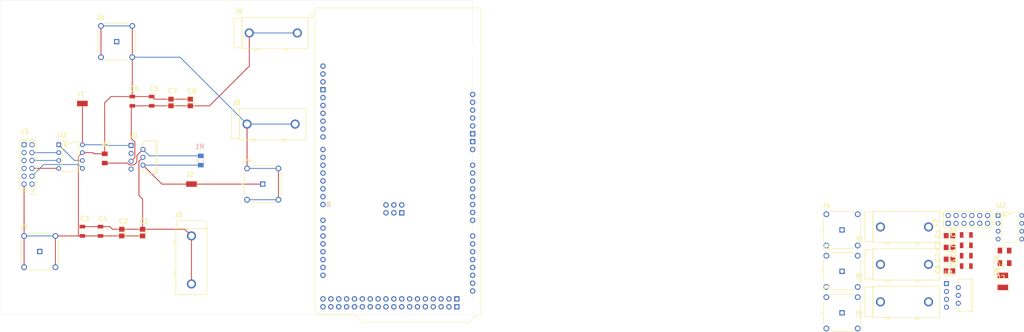
<source format=kicad_pcb>
(kicad_pcb (version 20221018) (generator pcbnew)
  (layers (0 "F.Cu" signal "Top Layer") (31 "B.Cu" signal "Bottom Layer") (34 "B.Paste" user "Bottom Paste") (35 "F.Paste" user "Top Paste") (36 "B.SilkS" user "Bottom Overlay") (37 "F.SilkS" user "Top Overlay") (38 "B.Mask" user "Bottom Solder") (39 "F.Mask" user "Top Solder") (44 "Edge.Cuts" user))
  (property "SHEETTOTAL" "1")
  (net 0 "")
  (net 1 "NetU2_1")
  (net 2 "NetR1_1")
  (net 3 "NetJ3_10")
  (net 4 "NetJ3_8")
  (net 5 "NetJ3_6")
  (net 6 "NetJ3_4")
  (net 7 "NetJ2_1")
  (net 8 "NetJ1_1")
  (net 9 "GND")
  (net 10 "Arduino_pass1")
  (net 11 "Arduino_pass0")
  (net 12 "70V")
  (net 13 "-10V")
  (net 14 "+5")
  (net 106 "Net-(U1-VIN+)")
  (net 107 "Net-(U1-VO)")
  (net 110 "Net-(U2-~{CS})")
  (net 112 "Net-(U2-SCK)")
  (net 114 "Net-(U2-SDI)")
  (net 116 "Net-(U2-~{LDAC})")
  (net 118 "/Arduino_pass0")
  (net 119 "/Arduino_pass1")
  (net 120 "Net-(U1-VIN-)")
  (net 123 "Net-(U2-VDD)")
  (footprint "RampGenModels:61301221121" (layer "F.Cu") (at 81.3181 107.2896 -90)
    (fp_text reference "J3" (at -9.7028 2.5908 unlocked) (layer "F.SilkS") (effects (font (size 1.524 1.524) (thickness 0.254)) (justify left bottom)))
    (fp_text value "61301221121" hide)
    (fp_text user "1" (at -8.48 1.8 270 unlocked) (layer "F.SilkS") (effects (font (size 1.016 1.016) (thickness 0.1524)) (justify left bottom)))
    (fp_text user "2" (at -8.78 -0.9 270 unlocked) (layer "F.SilkS") (effects (font (size 1.016 1.016) (thickness 0.1524)) (justify left bottom)))
    (fp_text user "12" (at 8.08 -0.9 270 unlocked) (layer "F.SilkS") (effects (font (size 1.016 1.016) (thickness 0.1524)) (justify left bottom)))
    (fp_text user "11" (at 8.08 1.8 270 unlocked) (layer "F.SilkS") (effects (font (size 1.016 1.016) (thickness 0.1524)) (justify left bottom)))
    (pad "1" thru_hole roundrect (at -6.35 1.27 270) (size 1.65 1.65) (drill 1.1) (layers "*.Cu" "*.Mask"))
    (pad "2" thru_hole circle (at -6.35 -1.27 270) (size 1.65 1.65) (drill 1.1) (layers "*.Cu" "*.Mask") (net 14 "+5"))
    (pad "3" thru_hole circle (at -3.81 1.27 270) (size 1.65 1.65) (drill 1.1) (layers "*.Cu" "*.Mask"))
    (pad "4" thru_hole circle (at -3.81 -1.27 270) (size 1.65 1.65) (drill 1.1) (layers "*.Cu" "*.Mask") (net 6 "NetJ3_4"))
    (pad "5" thru_hole circle (at -1.27 1.27 270) (size 1.65 1.65) (drill 1.1) (layers "*.Cu" "*.Mask"))
    (pad "6" thru_hole circle (at -1.27 -1.27 270) (size 1.65 1.65) (drill 1.1) (layers "*.Cu" "*.Mask") (net 5 "NetJ3_6"))
    (pad "7" thru_hole circle (at 1.27 1.27 270) (size 1.65 1.65) (drill 1.1) (layers "*.Cu" "*.Mask"))
    (pad "8" thru_hole circle (at 1.27 -1.27 270) (size 1.65 1.65) (drill 1.1) (layers "*.Cu" "*.Mask") (net 4 "NetJ3_8"))
    (pad "9" thru_hole circle (at 3.81 1.27 270) (size 1.65 1.65) (drill 1.1) (layers "*.Cu" "*.Mask"))
    (pad "10" thru_hole circle (at 3.81 -1.27 270) (size 1.65 1.65) (drill 1.1) (layers "*.Cu" "*.Mask") (net 3 "NetJ3_10"))
    (pad "11" thru_hole circle (at 6.35 1.27 270) (size 1.65 1.65) (drill 1.1) (layers "*.Cu" "*.Mask") (net 9 "GND"))
    (pad "12" thru_hole circle (at 6.35 -1.27 270) (size 1.65 1.65) (drill 1.1) (layers "*.Cu" "*.Mask"))
  )
  (footprint "RampGenModels:FP-C3216-160-0_2-IPC_C" (layer "F.Cu") (at 133.6421 87.28375 90)
    (fp_text reference "C8" (at 2.80335 -1.143 unlocked) (layer "F.SilkS") (effects (font (size 1.524 1.524) (thickness 0.254)) (justify left bottom)))
    (fp_text value "C3216JB1A106M160AA" hide)
    (pad "1" smd rect (at -1.07609 0 90) (size 1.55395 1.7062) (layers "F.Cu" "F.Paste" "F.Mask") (net 13 "-10V"))
    (pad "2" smd rect (at 1.07615 0 90) (size 1.55395 1.7062) (layers "F.Cu" "F.Paste" "F.Mask") (net 9 "GND"))
  )
  (footprint "RampGenModels:CAPC1206(3216)100_N" (layer "F.Cu") (at 121.1961 86.85982 -90)
    (fp_text reference "C5" (at -3.14142 0.9144 unlocked) (layer "F.SilkS") (effects (font (size 1.524 1.524) (thickness 0.254)) (justify left bottom)))
    (fp_text value "CAP 100pF 100V 1206(3216)" hide)
    (pad "1" smd rect (at -1.49997 0) (size 1.8 1.15) (layers "F.Cu" "F.Paste" "F.Mask") (net 9 "GND"))
    (pad "2" smd rect (at 1.50002 0) (size 1.8 1.15) (layers "F.Cu" "F.Paste" "F.Mask") (net 13 "-10V"))
  )
  (footprint "RampGenModels:CAPC1206(3216)100_N" (layer "F.Cu") (at 104.6861 128.8796 90)
    (fp_text reference "C4" (at 3.1496 -0.9144 unlocked) (layer "F.SilkS") (effects (font (size 1.524 1.524) (thickness 0.254)) (justify left bottom)))
    (fp_text value "CAP 100pF 100V 1206(3216)" hide)
    (pad "1" smd rect (at -1.49997 0 180) (size 1.8 1.15) (layers "F.Cu" "F.Paste" "F.Mask") (net 9 "GND"))
    (pad "2" smd rect (at 1.50002 0 180) (size 1.8 1.15) (layers "F.Cu" "F.Paste" "F.Mask") (net 12 "70V"))
  )
  (footprint "RampGenModels:KVT0007A" (layer "F.Cu") (at 116.46708 104.97359)
    (fp_text reference "U1" (at -2.73858 -6.26919 unlocked) (layer "F.SilkS") (effects (font (size 1.524 1.524) (thickness 0.254)) (justify left bottom)))
    (fp_text value "OPA452TA-1" hide)
    (pad "1" thru_hole rect (at -1.905 -3.81001) (size 1.6 1.6) (drill 1) (layers "*.Cu" "*.Mask") (net 8 "NetJ1_1"))
    (pad "2" thru_hole circle (at 1.905 -2.54001) (size 1.6 1.6) (drill 1) (layers "*.Cu" "*.Mask") (net 2 "NetR1_1"))
    (pad "3" thru_hole circle (at -1.905 -1.27001) (size 1.6 1.6) (drill 1) (layers "*.Cu" "*.Mask"))
    (pad "4" thru_hole circle (at 1.905 -0.00001) (size 1.6 1.6) (drill 1) (layers "*.Cu" "*.Mask") (net 12 "70V"))
    (pad "5" thru_hole circle (at -1.905 1.26999) (size 1.6 1.6) (drill 1) (layers "*.Cu" "*.Mask") (net 13 "-10V"))
    (pad "6" thru_hole circle (at 1.905 2.53999) (size 1.6 1.6) (drill 1) (layers "*.Cu" "*.Mask") (net 7 "NetJ2_1"))
    (pad "7" thru_hole circle (at -1.905 3.80999) (size 1.6 1.6) (drill 1) (layers "*.Cu" "*.Mask"))
  )
  (footprint "RampGenModels:61301221121" (layer "F.Cu") (at 384.43711 125.064343)
    (fp_text reference "J3" (at -9.7028 2.5908 90 unlocked) (layer "F.SilkS") (effects (font (size 1.524 1.524) (thickness 0.254)) (justify left bottom)))
    (fp_text value "61301221121" hide)
    (fp_text user "11" (at 8.08 1.8 unlocked) (layer "F.SilkS") (effects (font (size 1.016 1.016) (thickness 0.1524)) (justify left bottom)))
    (fp_text user "1" (at -8.48 1.8 unlocked) (layer "F.SilkS") (effects (font (size 1.016 1.016) (thickness 0.1524)) (justify left bottom)))
    (fp_text user "2" (at -8.78 -0.9 unlocked) (layer "F.SilkS") (effects (font (size 1.016 1.016) (thickness 0.1524)) (justify left bottom)))
    (fp_text user "12" (at 8.08 -0.9 unlocked) (layer "F.SilkS") (effects (font (size 1.016 1.016) (thickness 0.1524)) (justify left bottom)))
    (pad "1" thru_hole roundrect (at -6.35 1.27) (size 1.65 1.65) (drill 1.1) (layers "*.Cu" "*.Mask"))
    (pad "2" thru_hole circle (at -6.35 -1.27) (size 1.65 1.65) (drill 1.1) (layers "*.Cu" "*.Mask") (net 14 "+5"))
    (pad "3" thru_hole circle (at -3.81 1.27) (size 1.65 1.65) (drill 1.1) (layers "*.Cu" "*.Mask"))
    (pad "4" thru_hole circle (at -3.81 -1.27) (size 1.65 1.65) (drill 1.1) (layers "*.Cu" "*.Mask") (net 110 "Net-(U2-~{CS})"))
    (pad "5" thru_hole circle (at -1.27 1.27) (size 1.65 1.65) (drill 1.1) (layers "*.Cu" "*.Mask"))
    (pad "6" thru_hole circle (at -1.27 -1.27) (size 1.65 1.65) (drill 1.1) (layers "*.Cu" "*.Mask") (net 112 "Net-(U2-SCK)"))
    (pad "7" thru_hole circle (at 1.27 1.27) (size 1.65 1.65) (drill 1.1) (layers "*.Cu" "*.Mask"))
    (pad "8" thru_hole circle (at 1.27 -1.27) (size 1.65 1.65) (drill 1.1) (layers "*.Cu" "*.Mask") (net 114 "Net-(U2-SDI)"))
    (pad "9" thru_hole circle (at 3.81 1.27) (size 1.65 1.65) (drill 1.1) (layers "*.Cu" "*.Mask"))
    (pad "10" thru_hole circle (at 3.81 -1.27) (size 1.65 1.65) (drill 1.1) (layers "*.Cu" "*.Mask") (net 116 "Net-(U2-~{LDAC})"))
    (pad "11" thru_hole circle (at 6.35 1.27) (size 1.65 1.65) (drill 1.1) (layers "*.Cu" "*.Mask") (net 9 "GND"))
    (pad "12" thru_hole circle (at 6.35 -1.27) (size 1.65 1.65) (drill 1.1) (layers "*.Cu" "*.Mask"))
  )
  (footprint "RampGenModels:FP-C3216-160-0_2-IPC_C" (layer "F.Cu") (at 127.4191 87.28375 90)
    (fp_text reference "C7" (at 2.80335 -1.143 unlocked) (layer "F.SilkS") (effects (font (size 1.524 1.524) (thickness 0.254)) (justify left bottom)))
    (fp_text value "C3216JB1A106M160AA" hide)
    (pad "1" smd rect (at -1.07609 0 90) (size 1.55395 1.7062) (layers "F.Cu" "F.Paste" "F.Mask") (net 13 "-10V"))
    (pad "2" smd rect (at 1.07615 0 90) (size 1.55395 1.7062) (layers "F.Cu" "F.Paste" "F.Mask") (net 9 "GND"))
  )
  (footprint "RampGenModels:PDIP300-P8" (layer "F.Cu") (at 397.9921 127.584363)
    (fp_text reference "U2" (at -4.4196 -6.1214 unlocked) (layer "F.SilkS") (effects (font (size 1.524 1.524) (thickness 0.254)) (justify left bottom)))
    (fp_text value "MCP4921-E/P" hide)
    (pad "1" thru_hole rect (at -3.81 -3.81) (size 1.5 1.5) (drill 0.9) (layers "*.Cu" "*.Mask") (net 123 "Net-(U2-VDD)"))
    (pad "2" thru_hole circle (at -3.81 -1.27) (size 1.5 1.5) (drill 0.9) (layers "*.Cu" "*.Mask") (net 110 "Net-(U2-~{CS})"))
    (pad "3" thru_hole circle (at -3.81 1.27) (size 1.5 1.5) (drill 0.9) (layers "*.Cu" "*.Mask") (net 112 "Net-(U2-SCK)"))
    (pad "4" thru_hole circle (at -3.81 3.81) (size 1.5 1.5) (drill 0.9) (layers "*.Cu" "*.Mask") (net 114 "Net-(U2-SDI)"))
    (pad "5" thru_hole circle (at 3.81 3.81) (size 1.5 1.5) (drill 0.9) (layers "*.Cu" "*.Mask") (net 116 "Net-(U2-~{LDAC})"))
    (pad "6" thru_hole circle (at 3.81 1.27) (size 1.5 1.5) (drill 0.9) (layers "*.Cu" "*.Mask") (net 123 "Net-(U2-VDD)"))
    (pad "7" thru_hole circle (at 3.81 -1.27) (size 1.5 1.5) (drill 0.9) (layers "*.Cu" "*.Mask") (net 9 "GND"))
    (pad "8" thru_hole circle (at 3.81 -3.81) (size 1.5 1.5) (drill 0.9) (layers "*.Cu" "*.Mask") (net 106 "Net-(U1-VIN+)"))
  )
  (footprint "RampGenModels:FP-KTR18-IPC_A" (layer "F.Cu") (at 106.05308 105.35458 -90)
    (fp_text reference "R2" (at -3.60218 1.26538 unlocked) (layer "F.SilkS") (effects (font (size 1.524 1.524) (thickness 0.254)) (justify left bottom)))
    (fp_text value "KTR18EZPJ102" hide)
    (pad "1" smd rect (at -1.50124 0 270) (size 1.45574 1.85822) (layers "F.Cu" "F.Paste" "F.Mask") (net 9 "GND"))
    (pad "2" smd rect (at 1.50124 0 270) (size 1.45574 1.85822) (layers "F.Cu" "F.Paste" "F.Mask") (net 2 "NetR1_1"))
  )
  (footprint "RampGenModels:FP-C3216-160-0_2-IPC_C" (layer "F.Cu") (at 378.49515 141.694503)
    (fp_text reference "C8" (at -2.81147 1.143 90 unlocked) (layer "F.SilkS") (effects (font (size 1.524 1.524) (thickness 0.254)) (justify left bottom)))
    (fp_text value "C3216JB1A106M160AA" hide)
    (pad "1" smd rect (at -1.07609 0) (size 1.55395 1.7062) (layers "F.Cu" "F.Paste" "F.Mask") (net 13 "-10V"))
    (pad "2" smd rect (at 1.07615 0) (size 1.55395 1.7062) (layers "F.Cu" "F.Paste" "F.Mask") (net 9 "GND"))
  )
  (footprint "RampGenModels:FP-1-1337445-0-MFG" (layer "F.Cu") (at 343.8421 128.424383)
    (fp_text reference "J4" (at -6.604 -6.95961 unlocked) (layer "F.SilkS") (effects (font (size 1.524 1.524) (thickness 0.254)) (justify left bottom)))
    (fp_text value "1-1337445-0" hide)
    (pad "1" thru_hole rect (at 0 -0.00001) (size 1.7 1.7) (drill 1.1) (layers "*.Cu" "*.Mask") (net 107 "Net-(U1-VO)"))
    (pad "2" thru_hole circle (at -5.04998 -5.04999) (size 1.85 1.85) (drill 1.2) (layers "*.Cu" "*.Mask") (net 9 "GND"))
    (pad "3" thru_hole circle (at 5.04998 -5.04999) (size 1.85 1.85) (drill 1.2) (layers "*.Cu" "*.Mask") (net 9 "GND"))
    (pad "4" thru_hole circle (at -5.04998 5.05002) (size 1.85 1.85) (drill 1.2) (layers "*.Cu" "*.Mask") (net 9 "GND"))
    (pad "5" thru_hole circle (at 5.04998 5.05002) (size 1.85 1.85) (drill 1.2) (layers "*.Cu" "*.Mask") (net 9 "GND"))
  )
  (footprint "RampGenModels:KVT0007A" (layer "F.Cu") (at 379.42209 149.594343)
    (fp_text reference "U1" (at -2.73858 -6.26919 unlocked) (layer "F.SilkS") (effects (font (size 1.524 1.524) (thickness 0.254)) (justify left bottom)))
    (fp_text value "OPA452TA-1" hide)
    (pad "1" thru_hole rect (at -1.905 -3.81001) (size 1.6 1.6) (drill 1) (layers "*.Cu" "*.Mask") (net 106 "Net-(U1-VIN+)"))
    (pad "2" thru_hole circle (at 1.905 -2.54001) (size 1.6 1.6) (drill 1) (layers "*.Cu" "*.Mask") (net 120 "Net-(U1-VIN-)"))
    (pad "3" thru_hole circle (at -1.905 -1.27001) (size 1.6 1.6) (drill 1) (layers "*.Cu" "*.Mask"))
    (pad "4" thru_hole circle (at 1.905 -0.00001) (size 1.6 1.6) (drill 1) (layers "*.Cu" "*.Mask") (net 12 "70V"))
    (pad "5" thru_hole circle (at -1.905 1.26999) (size 1.6 1.6) (drill 1) (layers "*.Cu" "*.Mask") (net 13 "-10V"))
    (pad "6" thru_hole circle (at 1.905 2.53999) (size 1.6 1.6) (drill 1) (layers "*.Cu" "*.Mask") (net 107 "Net-(U1-VO)"))
    (pad "7" thru_hole circle (at -1.905 3.80999) (size 1.6 1.6) (drill 1) (layers "*.Cu" "*.Mask"))
  )
  (footprint "RampGenModels:FP-24_243_1-MFG" (layer "F.Cu") (at 363.2421 139.874333)
    (fp_text reference "J8" (at -12.97041 5.28803 90 unlocked) (layer "F.SilkS") (effects (font (size 1.524 1.524) (thickness 0.254)) (justify left bottom)))
    (fp_text value "24.243.1" hide)
    (pad "1" thru_hole circle (at -6.99999 -0.29997) (size 2.95 2.95) (drill 1.95) (layers "*.Cu" "*.Mask") (net 9 "GND"))
    (pad "1" thru_hole circle (at 8.50001 -0.29997) (size 2.95 2.95) (drill 1.95) (layers "*.Cu" "*.Mask") (net 9 "GND"))
  )
  (footprint "RampGenModels:FP-5015-MFG" (layer "F.Cu") (at 395.69679 147.013763)
    (fp_text reference "J2" (at -2.0066 -2.2098 unlocked) (layer "F.SilkS") (effects (font (size 1.524 1.524) (thickness 0.254)) (justify left bottom)))
    (fp_text value "5015" hide)
    (pad "1" smd rect (at 0 0) (size 3.43 1.78) (layers "F.Cu" "F.Paste" "F.Mask") (net 107 "Net-(U1-VO)"))
  )
  (footprint "RampGenModels:CAPC1206(3216)100_N" (layer "F.Cu") (at 383.91706 136.769413)
    (fp_text reference "C5" (at -3.14142 0.90978 90 unlocked) (layer "F.SilkS") (effects (font (size 1.524 1.524) (thickness 0.254)) (justify left bottom)))
    (fp_text value "CAP 100pF 100V 1206(3216)" hide)
    (pad "1" smd rect (at -1.49997 0 90) (size 1.8 1.15) (layers "F.Cu" "F.Paste" "F.Mask") (net 9 "GND"))
    (pad "2" smd rect (at 1.50002 0 90) (size 1.8 1.15) (layers "F.Cu" "F.Paste" "F.Mask") (net 13 "-10V"))
  )
  (footprint "RampGenModels:FP-24_243_1-MFG" (layer "F.Cu") (at 159.6771 65.1256)
    (fp_text reference "J9" (at -11.938 -6.3246 unlocked) (layer "F.SilkS") (effects (font (size 1.524 1.524) (thickness 0.254)) (justify left bottom)))
    (fp_text value "24.243.1" hide)
    (pad "1" thru_hole circle (at -6.99999 -0.29997) (size 2.95 2.95) (drill 1.95) (layers "*.Cu" "*.Mask") (net 13 "-10V"))
    (pad "1" thru_hole circle (at 8.50001 -0.29997) (size 2.95 2.95) (drill 1.95) (layers "*.Cu" "*.Mask") (net 13 "-10V"))
  )
  (footprint "RampGenModels:FP-C3216-160-0_2-IPC_C" (layer "F.Cu") (at 118.2751 129.30347 -90)
    (fp_text reference "C1" (at -2.81147 1.143 unlocked) (layer "F.SilkS") (effects (font (size 1.524 1.524) (thickness 0.254)) (justify left bottom)))
    (fp_text value "C3216JB1A106M160AA" hide)
    (pad "1" smd rect (at -1.07609 0 270) (size 1.55395 1.7062) (layers "F.Cu" "F.Paste" "F.Mask") (net 12 "70V"))
    (pad "2" smd rect (at 1.07615 0 270) (size 1.55395 1.7062) (layers "F.Cu" "F.Paste" "F.Mask") (net 9 "GND"))
  )
  (footprint "RampGenModels:FP-24_243_1-MFG" (layer "F.Cu") (at 158.96011 94.55958)
    (fp_text reference "J8" (at -11.95761 -6.31998 unlocked) (layer "F.SilkS") (effects (font (size 1.524 1.524) (thickness 0.254)) (justify left bottom)))
    (fp_text value "24.243.1" hide)
    (pad "1" thru_hole circle (at -6.99999 -0.29998) (size 2.95 2.95) (drill 1.95) (layers "*.Cu" "*.Mask") (net 9 "GND"))
    (pad "1" thru_hole circle (at 8.50001 -0.29998) (size 2.95 2.95) (drill 1.95) (layers "*.Cu" "*.Mask") (net 9 "GND"))
  )
  (footprint "RampGenModels:CAPC1206(3216)100_N" (layer "F.Cu") (at 98.8441 128.8796 90)
    (fp_text reference "C3" (at 3.1496 -0.9144 unlocked) (layer "F.SilkS") (effects (font (size 1.524 1.524) (thickness 0.254)) (justify left bottom)))
    (fp_text value "CAP 100pF 100V 1206(3216)" hide)
    (pad "1" smd rect (at -1.50002 0 180) (size 1.8 1.15) (layers "F.Cu" "F.Paste" "F.Mask") (net 9 "GND"))
    (pad "2" smd rect (at 1.50002 0 180) (size 1.8 1.15) (layers "F.Cu" "F.Paste" "F.Mask") (net 12 "70V"))
  )
  (footprint "RampGenModels:FP-C3216-160-0_2-IPC_C" (layer "F.Cu") (at 378.49515 137.894463)
    (fp_text reference "C7" (at -2.81147 1.143 90 unlocked) (layer "F.SilkS") (effects (font (size 1.524 1.524) (thickness 0.254)) (justify left bottom)))
    (fp_text value "C3216JB1A106M160AA" hide)
    (pad "1" smd rect (at -1.07609 0) (size 1.55395 1.7062) (layers "F.Cu" "F.Paste" "F.Mask") (net 13 "-10V"))
    (pad "2" smd rect (at 1.07615 0) (size 1.55395 1.7062) (layers "F.Cu" "F.Paste" "F.Mask") (net 9 "GND"))
  )
  (footprint "RampGenModels:FP-KTR18-IPC_A" (layer "F.Cu") (at 396.26123 135.113473)
    (fp_text reference "R1" (at -3.59954 1.27462 270 unlocked) (layer "F.SilkS") (effects (font (size 1.524 1.524) (thickness 0.254)) (justify left bottom)))
    (fp_text value "KTR18EZPJ102" hide)
    (pad "1" smd rect (at -1.50125 0 180) (size 1.45574 1.85822) (layers "F.Cu" "F.Paste" "F.Mask") (net 120 "Net-(U1-VIN-)"))
    (pad "2" smd rect (at 1.50124 0 180) (size 1.45574 1.85822) (layers "F.Cu" "F.Paste" "F.Mask") (net 107 "Net-(U1-VO)"))
  )
  (footprint "RampGenModels:FP-C3216-160-0_2-IPC_C" (layer "F.Cu") (at 378.49515 134.094423)
    (fp_text reference "C2" (at -2.81147 1.143 90 unlocked) (layer "F.SilkS") (effects (font (size 1.524 1.524) (thickness 0.254)) (justify left bottom)))
    (fp_text value "C3216JB1A106M160AA" hide)
    (pad "1" smd rect (at -1.07609 0) (size 1.55395 1.7062) (layers "F.Cu" "F.Paste" "F.Mask") (net 12 "70V"))
    (pad "2" smd rect (at 1.07615 0) (size 1.55395 1.7062) (layers "F.Cu" "F.Paste" "F.Mask") (net 9 "GND"))
  )
  (footprint "RampGenModels:FP-1-1337445-0-MFG" (layer "F.Cu") (at 343.8421 155.224423)
    (fp_text reference "J7" (at -6.604 -6.95961 unlocked) (layer "F.SilkS") (effects (font (size 1.524 1.524) (thickness 0.254)) (justify left bottom)))
    (fp_text value "1-1337445-0" hide)
    (pad "1" thru_hole rect (at 0 -0.00001) (size 1.7 1.7) (drill 1.1) (layers "*.Cu" "*.Mask") (net 119 "/Arduino_pass1"))
    (pad "2" thru_hole circle (at -5.04998 -5.04999) (size 1.85 1.85) (drill 1.2) (layers "*.Cu" "*.Mask") (net 9 "GND"))
    (pad "3" thru_hole circle (at 5.04998 -5.04999) (size 1.85 1.85) (drill 1.2) (layers "*.Cu" "*.Mask") (net 9 "GND"))
    (pad "4" thru_hole circle (at -5.04998 5.05002) (size 1.85 1.85) (drill 1.2) (layers "*.Cu" "*.Mask") (net 9 "GND"))
    (pad "5" thru_hole circle (at 5.04998 5.05002) (size 1.85 1.85) (drill 1.2) (layers "*.Cu" "*.Mask") (net 9 "GND"))
  )
  (footprint "RampGenModels:CAPC1206(3216)100_N" (layer "F.Cu") (at 383.91706 140.119433)
    (fp_text reference "C6" (at -3.14142 0.90978 90 unlocked) (layer "F.SilkS") (effects (font (size 1.524 1.524) (thickness 0.254)) (justify left bottom)))
    (fp_text value "CAP 100pF 100V 1206(3216)" hide)
    (pad "1" smd rect (at -1.49997 0 90) (size 1.8 1.15) (layers "F.Cu" "F.Paste" "F.Mask") (net 9 "GND"))
    (pad "2" smd rect (at 1.50002 0 90) (size 1.8 1.15) (layers "F.Cu" "F.Paste" "F.Mask") (net 13 "-10V"))
  )
  (footprint "RampGenModels:FP-C3216-160-0_2-IPC_C" (layer "F.Cu") (at 111.5441 129.30347 -90)
    (fp_text reference "C2" (at -2.81147 1.143 unlocked) (layer "F.SilkS") (effects (font (size 1.524 1.524) (thickness 0.254)) (justify left bottom)))
    (fp_text value "C3216JB1A106M160AA" hide)
    (pad "1" smd rect (at -1.07609 0 270) (size 1.55395 1.7062) (layers "F.Cu" "F.Paste" "F.Mask") (net 12 "70V"))
    (pad "2" smd rect (at 1.07615 0 270) (size 1.55395 1.7062) (layers "F.Cu" "F.Paste" "F.Mask") (net 9 "GND"))
  )
  (footprint "RampGenModels:FP-1-1337445-0-MFG" (layer "F.Cu") (at 85.0981 135.4296)
    (fp_text reference "J7" (at -6.5994 -6.9564 unlocked) (layer "F.SilkS") (effects (font (size 1.524 1.524) (thickness 0.254)) (justify left bottom)))
    (fp_text value "1-1337445-0" hide)
    (pad "1" thru_hole rect (at -0.00002 0) (size 1.7 1.7) (drill 1.1) (layers "*.Cu" "*.Mask") (net 10 "Arduino_pass1"))
    (pad "2" thru_hole circle (at -5.05 -5.04998) (size 1.85 1.85) (drill 1.2) (layers "*.Cu" "*.Mask") (net 9 "GND"))
    (pad "3" thru_hole circle (at 5.05001 -5.04998) (size 1.85 1.85) (drill 1.2) (layers "*.Cu" "*.Mask") (net 9 "GND"))
    (pad "4" thru_hole circle (at -5.05 5.04998) (size 1.85 1.85) (drill 1.2) (layers "*.Cu" "*.Mask") (net 9 "GND"))
    (pad "5" thru_hole circle (at 5.05001 5.04998) (size 1.85 1.85) (drill 1.2) (layers "*.Cu" "*.Mask") (net 9 "GND"))
  )
  (footprint "RampGenModels:FP-1-1337445-0-MFG" (layer "F.Cu") (at 109.89305 67.60555)
    (fp_text reference "J6" (at -6.60395 -6.95035 unlocked) (layer "F.SilkS") (effects (font (size 1.524 1.524) (thickness 0.254)) (justify left bottom)))
    (fp_text value "1-1337445-0" hide)
    (pad "1" thru_hole rect (at 0 0) (size 1.7 1.7) (drill 1.1) (layers "*.Cu" "*.Mask") (net 11 "Arduino_pass0"))
    (pad "2" thru_hole circle (at -5.04998 -5.04997) (size 1.85 1.85) (drill 1.2) (layers "*.Cu" "*.Mask") (net 9 "GND"))
    (pad "3" thru_hole circle (at 5.05003 -5.04997) (size 1.85 1.85) (drill 1.2) (layers "*.Cu" "*.Mask") (net 9 "GND"))
    (pad "4" thru_hole circle (at -5.04998 5.04998) (size 1.85 1.85) (drill 1.2) (layers "*.Cu" "*.Mask") (net 9 "GND"))
    (pad "5" thru_hole circle (at 5.05003 5.04998) (size 1.85 1.85) (drill 1.2) (layers "*.Cu" "*.Mask") (net 9 "GND"))
  )
  (footprint "RampGenModels:FP-KTR18-IPC_A" (layer "F.Cu") (at 396.26123 139.171733)
    (fp_text reference "R2" (at -3.59954 1.27462 270 unlocked) (layer "F.SilkS") (effects (font (size 1.524 1.524) (thickness 0.254)) (justify left bottom)))
    (fp_text value "KTR18EZPJ102" hide)
    (pad "1" smd rect (at -1.50125 0 180) (size 1.45574 1.85822) (layers "F.Cu" "F.Paste" "F.Mask") (net 9 "GND"))
    (pad "2" smd rect (at 1.50124 0 180) (size 1.45574 1.85822) (layers "F.Cu" "F.Paste" "F.Mask") (net 120 "Net-(U1-VIN-)"))
  )
  (footprint "RampGenModels:FP-24_243_1-MFG" (layer "F.Cu") (at 363.2421 127.774333)
    (fp_text reference "J5" (at -12.97041 5.28803 90 unlocked) (layer "F.SilkS") (effects (font (size 1.524 1.524) (thickness 0.254)) (justify left bottom)))
    (fp_text value "24.243.1" hide)
    (pad "1" thru_hole circle (at -6.99999 -0.29997) (size 2.95 2.95) (drill 1.95) (layers "*.Cu" "*.Mask") (net 12 "70V"))
    (pad "1" thru_hole circle (at 8.50001 -0.29997) (size 2.95 2.95) (drill 1.95) (layers "*.Cu" "*.Mask") (net 12 "70V"))
  )
  (footprint "RampGenModels:CAPC1206(3216)100_N" (layer "F.Cu") (at 383.91706 130.069373)
    (fp_text reference "C3" (at -3.14142 0.90978 90 unlocked) (layer "F.SilkS") (effects (font (size 1.524 1.524) (thickness 0.254)) (justify left bottom)))
    (fp_text value "CAP 100pF 100V 1206(3216)" hide)
    (pad "1" smd rect (at -1.49997 0 90) (size 1.8 1.15) (layers "F.Cu" "F.Paste" "F.Mask") (net 9 "GND"))
    (pad "2" smd rect (at 1.50002 0 90) (size 1.8 1.15) (layers "F.Cu" "F.Paste" "F.Mask") (net 12 "70V"))
  )
  (footprint "RampGenModels:CAPC1206(3216)100_N" (layer "F.Cu") (at 114.94308 86.85982 -90)
    (fp_text reference "C6" (at -3.14142 0.90978 unlocked) (layer "F.SilkS") (effects (font (size 1.524 1.524) (thickness 0.254)) (justify left bottom)))
    (fp_text value "CAP 100pF 100V 1206(3216)" hide)
    (pad "1" smd rect (at -1.49997 0) (size 1.8 1.15) (layers "F.Cu" "F.Paste" "F.Mask") (net 9 "GND"))
    (pad "2" smd rect (at 1.50002 0) (size 1.8 1.15) (layers "F.Cu" "F.Paste" "F.Mask") (net 13 "-10V"))
  )
  (footprint "RampGenModels:PDIP300-P8" (layer "F.Cu") (at 95.0341 104.7496)
    (fp_text reference "U2" (at -4.4196 -6.1214 unlocked) (layer "F.SilkS") (effects (font (size 1.524 1.524) (thickness 0.254)) (justify left bottom)))
    (fp_text value "MCP4921-E/P" hide)
    (pad "1" thru_hole rect (at -3.81 -3.81) (size 1.5 1.5) (drill 0.9) (layers "*.Cu" "*.Mask") (net 1 "NetU2_1"))
    (pad "2" thru_hole circle (at -3.81 -1.27) (size 1.5 1.5) (drill 0.9) (layers "*.Cu" "*.Mask") (net 6 "NetJ3_4"))
    (pad "3" thru_hole circle (at -3.81 1.27) (size 1.5 1.5) (drill 0.9) (layers "*.Cu" "*.Mask") (net 5 "NetJ3_6"))
    (pad "4" thru_hole circle (at -3.81 3.81) (size 1.5 1.5) (drill 0.9) (layers "*.Cu" "*.Mask") (net 4 "NetJ3_8"))
    (pad "5" thru_hole circle (at 3.81 3.81) (size 1.5 1.5) (drill 0.9) (layers "*.Cu" "*.Mask") (net 3 "NetJ3_10"))
    (pad "6" thru_hole circle (at 3.81 1.27) (size 1.5 1.5) (drill 0.9) (layers "*.Cu" "*.Mask") (net 1 "NetU2_1"))
    (pad "7" thru_hole circle (at 3.81 -1.27) (size 1.5 1.5) (drill 0.9) (layers "*.Cu" "*.Mask") (net 9 "GND"))
    (pad "8" thru_hole circle (at 3.81 -3.81) (size 1.5 1.5) (drill 0.9) (layers "*.Cu" "*.Mask") (net 8 "NetJ1_1"))
  )
  (footprint "RampGenModels:FP-1-1337445-0-MFG" (layer "F.Cu") (at 343.8421 141.824403)
    (fp_text reference "J6" (at -6.604 -6.95961 unlocked) (layer "F.SilkS") (effects (font (size 1.524 1.524) (thickness 0.254)) (justify left bottom)))
    (fp_text value "1-1337445-0" hide)
    (pad "1" thru_hole rect (at 0 -0.00001) (size 1.7 1.7) (drill 1.1) (layers "*.Cu" "*.Mask") (net 118 "/Arduino_pass0"))
    (pad "2" thru_hole circle (at -5.04998 -5.04999) (size 1.85 1.85) (drill 1.2) (layers "*.Cu" "*.Mask") (net 9 "GND"))
    (pad "3" thru_hole circle (at 5.04998 -5.04999) (size 1.85 1.85) (drill 1.2) (layers "*.Cu" "*.Mask") (net 9 "GND"))
    (pad "4" thru_hole circle (at -5.04998 5.05002) (size 1.85 1.85) (drill 1.2) (layers "*.Cu" "*.Mask") (net 9 "GND"))
    (pad "5" thru_hole circle (at 5.04998 5.05002) (size 1.85 1.85) (drill 1.2) (layers "*.Cu" "*.Mask") (net 9 "GND"))
  )
  (footprint "RampGenModels:FP-1-1337445-0-MFG" (layer "F.Cu") (at 157.0101 113.63961)
    (fp_text reference "J4" (at -6.604 -6.95961 unlocked) (layer "F.SilkS") (effects (font (size 1.524 1.524) (thickness 0.254)) (justify left bottom)))
    (fp_text value "1-1337445-0" hide)
    (pad "1" thru_hole rect (at 0 -0.00001) (size 1.7 1.7) (drill 1.1) (layers "*.Cu" "*.Mask") (net 7 "NetJ2_1"))
    (pad "2" thru_hole circle (at -5.04998 -5.04999) (size 1.85 1.85) (drill 1.2) (layers "*.Cu" "*.Mask") (net 9 "GND"))
    (pad "3" thru_hole circle (at 5.04998 -5.04999) (size 1.85 1.85) (drill 1.2) (layers "*.Cu" "*.Mask") (net 9 "GND"))
    (pad "4" thru_hole circle (at -5.04998 5.05002) (size 1.85 1.85) (drill 1.2) (layers "*.Cu" "*.Mask") (net 9 "GND"))
    (pad "5" thru_hole circle (at 5.04998 5.05002) (size 1.85 1.85) (drill 1.2) (layers "*.Cu" "*.Mask") (net 9 "GND"))
  )
  (footprint "RampGenModels:CAPC1206(3216)100_N" (layer "F.Cu") (at 383.91706 133.419393)
    (fp_text reference "C4" (at -3.14142 0.90978 90 unlocked) (layer "F.SilkS") (effects (font (size 1.524 1.524) (thickness 0.254)) (justify left bottom)))
    (fp_text value "CAP 100pF 100V 1206(3216)" hide)
    (pad "1" smd rect (at -1.49997 0 90) (size 1.8 1.15) (layers "F.Cu" "F.Paste" "F.Mask") (net 9 "GND"))
    (pad "2" smd rect (at 1.50002 0 90) (size 1.8 1.15) (layers "F.Cu" "F.Paste" "F.Mask") (net 12 "70V"))
  )
  (footprint "RampGenModels:FP-24_243_1-MFG" (layer "F.Cu") (at 363.2421 151.974333)
    (fp_text reference "J9" (at -12.97041 5.28803 90 unlocked) (layer "F.SilkS") (effects (font (size 1.524 1.524) (thickness 0.254)) (justify left bottom)))
    (fp_text value "24.243.1" hide)
    (pad "1" thru_hole circle (at -6.99999 -0.29997) (size 2.95 2.95) (drill 1.95) (layers "*.Cu" "*.Mask") (net 13 "-10V"))
    (pad "1" thru_hole circle (at 8.50001 -0.29997) (size 2.95 2.95) (drill 1.95) (layers "*.Cu" "*.Mask") (net 13 "-10V"))
  )
  (footprint "RampGenModels:FP-5015-MFG" (layer "F.Cu") (at 395.69679 143.134163)
    (fp_text reference "J1" (at -2.0066 -2.2098 unlocked) (layer "F.SilkS") (effects (font (size 1.524 1.524) (thickness 0.254)) (justify left bottom)))
    (fp_text value "5015" hide)
    (pad "1" smd rect (at 0 0) (size 3.43 1.78) (layers "F.Cu" "F.Paste" "F.Mask") (net 106 "Net-(U1-VIN+)"))
  )
  (footprint "RampGenModels:FP-24_243_1-MFG" (layer "F.Cu") (at 133.72313 137.37961 -90)
    (fp_text reference "J5" (at -12.97041 5.28803 unlocked) (layer "F.SilkS") (effects (font (size 1.524 1.524) (thickness 0.254)) (justify left bottom)))
    (fp_text value "24.243.1" hide)
    (pad "1" thru_hole circle (at -6.99999 -0.29997 270) (size 2.95 2.95) (drill 1.95) (layers "*.Cu" "*.Mask") (net 12 "70V"))
    (pad "1" thru_hole circle (at 8.50001 -0.29997 270) (size 2.95 2.95) (drill 1.95) (layers "*.Cu" "*.Mask") (net 12 "70V"))
  )
  (footprint "RampGenModels:FP-C3216-160-0_2-IPC_C" (layer "F.Cu") (at 378.49515 130.294383)
    (fp_text reference "C1" (at -2.81147 1.143 90 unlocked) (layer "F.SilkS") (effects (font (size 1.524 1.524) (thickness 0.254)) (justify left bottom)))
    (fp_text value "C3216JB1A106M160AA" hide)
    (pad "1" smd rect (at -1.07609 0) (size 1.55395 1.7062) (layers "F.Cu" "F.Paste" "F.Mask") (net 12 "70V"))
    (pad "2" smd rect (at 1.07615 0) (size 1.55395 1.7062) (layers "F.Cu" "F.Paste" "F.Mask") (net 9 "GND"))
  )
  (footprint "RampGenModels:FP-5015-MFG" (layer "F.Cu") (at 134.0231 113.6396)
    (fp_text reference "J2" (at -2.0066 -2.2098 unlocked) (layer "F.SilkS") (effects (font (size 1.524 1.524) (thickness 0.254)) (justify left bottom)))
    (fp_text value "5015" hide)
    (pad "1" smd rect (at 0 0) (size 3.43 1.78) (layers "F.Cu" "F.Paste" "F.Mask") (net 7 "NetJ2_1"))
  )
  (footprint "RampGenModels:FP-5015-MFG" (layer "F.Cu") (at 98.8441 87.6046)
    (fp_text reference "J1" (at -2.0066 -2.2098 unlocked) (layer "F.SilkS") (effects (font (size 1.524 1.524) (thickness 0.254)) (justify left bottom)))
    (fp_text value "5015" hide)
    (pad "1" smd rect (at 0 0) (size 3.43 1.78) (layers "F.Cu" "F.Paste" "F.Mask") (net 8 "NetJ1_1"))
  )
  (footprint "RampGenModels:FP-KTR18-IPC_A" (layer "B.Cu") (at 137.04108 106.01234 -90)
    (fp_text reference "R1" (at -3.59954 -1.27462 unlocked) (layer "B.SilkS") (effects (font (size 1.524 1.524) (thickness 0.254)) (justify left bottom mirror)))
    (fp_text value "KTR18EZPJ102" hide)
    (pad "1" smd rect (at -1.50125 0 270) (size 1.45574 1.85822) (layers "B.Cu" "B.Paste" "B.Mask") (net 2 "NetR1_1"))
    (pad "2" smd rect (at 1.50124 0 270) (size 1.45574 1.85822) (layers "B.Cu" "B.Paste" "B.Mask") (net 7 "NetJ2_1"))
  )
  (footprint "PCM_arduino-library:Arduino_Due_Shield" (layer "B.Cu") (at 227.2411 56.7436 -90)
    (fp_text reference "A1" (at 2.54 54.356 90) (layer "F.SilkS"))
    (fp_text value "Arduino_Due_Shield")
    (fp_text user "." (at 62.484 32.004 90) (layer "B.SilkS") (effects (justify mirror)))
    (fp_text user "D0" (at 63.5 48.895 90 unlocked) (layer "B.SilkS") (effects (justify mirror)))
    (fp_text user "." (at 62.484 32.004 90) (layer "F.SilkS") (effects (justify mirror)))
    (fp_text user "D0" (at 63.5 48.895 90 unlocked) (layer "F.SilkS"))
    (pad "" np_thru_hole circle (at 13.97 2.54 270) (size 3.2 3.2) (drill 3.2) (layers "*.Cu" "*.Mask"))
    (pad "" np_thru_hole circle (at 15.24 50.8 270) (size 3.2 3.2) (drill 3.2) (layers "*.Cu" "*.Mask"))
    (pad "" thru_hole oval (at 27.94 2.54 270) (size 1.7272 1.7272) (drill 1.016) (layers "*.Cu" "*.Mask"))
    (pad "" np_thru_hole circle (at 66.04 7.62 270) (size 3.2 3.2) (drill 3.2) (layers "*.Cu" "*.Mask"))
    (pad "" np_thru_hole circle (at 66.04 35.56 270) (size 3.2 3.2) (drill 3.2) (layers "*.Cu" "*.Mask"))
    (pad "" np_thru_hole circle (at 90.17 50.8 270) (size 3.2 3.2) (drill 3.2) (layers "*.Cu" "*.Mask"))
    (pad "" np_thru_hole circle (at 96.52 2.54 270) (size 3.2 3.2) (drill 3.2) (layers "*.Cu" "*.Mask"))
    (pad "3V3" thru_hole oval (at 35.56 2.54 270) (size 1.7272 1.7272) (drill 1.016) (layers "*.Cu" "*.Mask"))
    (pad "5V1" thru_hole oval (at 38.1 2.54 270) (size 1.7272 1.7272) (drill 1.016) (layers "*.Cu" "*.Mask"))
    (pad "5V2" thru_hole oval (at 66.167 30.48 270) (size 1.7272 1.7272) (drill 1.016) (layers "*.Cu" "*.Mask"))
    (pad "5V3" thru_hole oval (at 93.98 50.8 270) (size 1.7272 1.7272) (drill 1.016) (layers "*.Cu" "*.Mask"))
    (pad "5V4" thru_hole oval (at 96.52 50.8 270) (size 1.7272 1.7272) (drill 1.016) (layers "*.Cu" "*.Mask"))
    (pad "A0" thru_hole oval (at 50.8 2.54 270) (size 1.7272 1.7272) (drill 1.016) (layers "*.Cu" "*.Mask"))
    (pad "A1" thru_hole oval (at 53.34 2.54 270) (size 1.7272 1.7272) (drill 1.016) (layers "*.Cu" "*.Mask"))
    (pad "A2" thru_hole oval (at 55.88 2.54 270) (size 1.7272 1.7272) (drill 1.016) (layers "*.Cu" "*.Mask"))
    (pad "A3" thru_hole oval (at 58.42 2.54 270) (size 1.7272 1.7272) (drill 1.016) (layers "*.Cu" "*.Mask"))
    (pad "A4" thru_hole oval (at 60.96 2.54 270) (size 1.7272 1.7272) (drill 1.016) (layers "*.Cu" "*.Mask"))
    (pad "A5" thru_hole oval (at 63.5 2.54 270) (size 1.7272 1.7272) (drill 1.016) (layers "*.Cu" "*.Mask"))
    (pad "A6" thru_hole oval (at 66.04 2.54 270) (size 1.7272 1.7272) (drill 1.016) (layers "*.Cu" "*.Mask"))
    (pad "A7" thru_hole oval (at 68.58 2.54 270) (size 1.7272 1.7272) (drill 1.016) (layers "*.Cu" "*.Mask"))
    (pad "A8" thru_hole oval (at 73.66 2.54 270) (size 1.7272 1.7272) (drill 1.016) (layers "*.Cu" "*.Mask"))
    (pad "A9" thru_hole oval (at 76.2 2.54 270) (size 1.7272 1.7272) (drill 1.016) (layers "*.Cu" "*.Mask"))
    (pad "A10" thru_hole oval (at 78.74 2.54 270) (size 1.7272 1.7272) (drill 1.016) (layers "*.Cu" "*.Mask"))
    (pad "A11" thru_hole oval (at 81.28 2.54 270) (size 1.7272 1.7272) (drill 1.016) (layers "*.Cu" "*.Mask"))
    (pad "AREF" thru_hole oval (at 23.876 50.8 270) (size 1.7272 1.7272) (drill 1.016) (layers "*.Cu" "*.Mask"))
    (pad "CANR" thru_hole oval (at 88.9 2.54 270) (size 1.7272 1.7272) (drill 1.016) (layers "*.Cu" "*.Mask"))
    (pad "CANT" thru_hole oval (at 91.44 2.54 270) (size 1.7272 1.7272) (drill 1.016) (layers "*.Cu" "*.Mask"))
    (pad "D0" thru_hole oval (at 63.5 50.8 270) (size 1.7272 1.7272) (drill 1.016) (layers "*.Cu" "*.Mask"))
    (pad "D1" thru_hole oval (at 60.96 50.8 270) (size 1.7272 1.7272) (drill 1.016) (layers "*.Cu" "*.Mask"))
    (pad "D2" thru_hole oval (at 58.42 50.8 270) (size 1.7272 1.7272) (drill 1.016) (layers "*.Cu" "*.Mask"))
    (pad "D3" thru_hole oval (at 55.88 50.8 270) (size 1.7272 1.7272) (drill 1.016) (layers "*.Cu" "*.Mask"))
    (pad "D4" thru_hole oval (at 53.34 50.8 270) (size 1.7272 1.7272) (drill 1.016) (layers "*.Cu" "*.Mask"))
    (pad "D5" thru_hole oval (at 50.8 50.8 270) (size 1.7272 1.7272) (drill 1.016) (layers "*.Cu" "*.Mask"))
    (pad "D6" thru_hole oval (at 48.26 50.8 270) (size 1.7272 1.7272) (drill 1.016) (layers "*.Cu" "*.Mask"))
    (pad "D7" thru_hole oval (at 45.72 50.8 270) (size 1.7272 1.7272) (drill 1.016) (layers "*.Cu" "*.Mask"))
    (pad "D8" thru_hole oval (at 41.656 50.8 270) (size 1.7272 1.7272) (drill 1.016) (layers "*.Cu" "*.Mask"))
    (pad "D9" thru_hole oval (at 39.116 50.8 270) (size 1.7272 1.7272) (drill 1.016) (layers "*.Cu" "*.Mask"))
    (pad "D10" thru_hole oval (at 36.576 50.8 270) (size 1.7272 1.7272) (drill 1.016) (layers "*.Cu" "*.Mask"))
    (pad "D11" thru_hole oval (at 34.036 50.8 270) (size 1.7272 1.7272) (drill 1.016) (layers "*.Cu" "*.Mask"))
    (pad "D12" thru_hole oval (at 31.496 50.8 270) (size 1.7272 1.7272) (drill 1.016) (layers "*.Cu" "*.Mask"))
    (pad "D13" thru_hole oval (at 28.956 50.8 270) (size 1.7272 1.7272) (drill 1.016) (layers "*.Cu" "*.Mask"))
    (pad "D14" thru_hole oval (at 68.58 50.8 270) (size 1.7272 1.7272) (drill 1.016) (layers "*.Cu" "*.Mask"))
    (pad "D15" thru_hole oval (at 71.12 50.8 270) (size 1.7272 1.7272) (drill 1.016) (layers "*.Cu" "*.Mask"))
    (pad "D16" thru_hole oval (at 73.66 50.8 270) (size 1.7272 1.7272) (drill 1.016) (layers "*.Cu" "*.Mask"))
    (pad "D17" thru_hole oval (at 76.2 50.8 270) (size 1.7272 1.7272) (drill 1.016) (layers "*.Cu" "*.Mask"))
    (pad "D18" thru_hole oval (at 78.74 50.8 270) (size 1.7272 1.7272) (drill 1.016) (layers "*.Cu" "*.Mask"))
    (pad "D19" thru_hole oval (at 81.28 50.8 270) (size 1.7272 1.7272) (drill 1.016) (layers "*.Cu" "*.Mask"))
    (pad "D20" thru_hole oval (at 83.82 50.8 270) (size 1.7272 1.7272) (drill 1.016) (layers "*.Cu" "*.Mask"))
    (pad "D21" thru_hole oval (at 86.36 50.8 270) (size 1.7272 1.7272) (drill 1.016) (layers "*.Cu" "*.Mask"))
    (pad "D22" thru_hole oval (at 93.98 48.26 270) (size 1.7272 1.7272) (drill 1.016) (layers "*.Cu" "*.Mask"))
    (pad "D23" thru_hole oval (at 96.52 48.26 270) (size 1.7272 1.7272) (drill 1.016) (layers "*.Cu" "*.Mask"))
    (pad "D24" thru_hole oval (at 93.98 45.72 270) (size 1.7272 1.7272) (drill 1.016) (layers "*.Cu" "*.Mask"))
    (pad "D25" thru_hole oval (at 96.52 45.72 270) (size 1.7272 1.7272) (drill 1.016) (layers "*.Cu" "*.Mask"))
    (pad "D26" thru_hole oval (at 93.98 43.18 270) (size 1.7272 1.7272) (drill 1.016) (layers "*.Cu" "*.Mask"))
    (pad "D27" thru_hole oval (at 96.52 43.18 270) (size 1.7272 1.7272) (drill 1.016) (layers "*.Cu" "*.Mask"))
    (pad "D28" thru_hole oval (at 93.98 40.64 270) (size 1.7272 1.7272) (drill 1.016) (layers "*.Cu" "*.Mask"))
    (pad "D29" thru_hole oval (at 96.52 40.64 270) (size 1.7272 1.7272) (drill 1.016) (layers "*.Cu" "*.Mask"))
    (pad "D30" thru_hole oval (at 93.98 38.1 270) (size 1.7272 1.7272) (drill 1.016) (layers "*.Cu" "*.Mask"))
    (pad "D31" thru_hole oval (at 96.52 38.1 270) (size 1.7272 1.7272) (drill 1.016) (layers "*.Cu" "*.Mask"))
    (pad "D32" thru_hole oval (at 93.98 35.56 270) (size 1.7272 1.7272) (drill 1.016) (layers "*.Cu" "*.Mask"))
    (pad "D33" thru_hole oval (at 96.52 35.56 270) (size 1.7272 1.7272) (drill 1.016) (layers "*.Cu" "*.Mask"))
    (pad "D34" thru_hole oval (at 93.98 33.02 270) (size 1.7272 1.7272) (drill 1.016) (layers "*.Cu" "*.Mask"))
    (pad "D35" thru_hole oval (at 96.52 33.02 270) (size 1.7272 1.7272) (drill 1.016) (layers "*.Cu" "*.Mask"))
    (pad "D36" thru_hole oval (at 93.98 30.48 270) (size 1.7272 1.7272) (drill 1.016) (layers "*.Cu" "*.Mask"))
    (pad "D37" thru_hole oval (at 96.52 30.48 270) (size 1.7272 1.7272) (drill 1.016) (layers "*.Cu" "*.Mask"))
    (pad "D38" thru_hole oval (at 93.98 27.94 270) (size 1.7272 1.7272) (drill 1.016) (layers "*.Cu" "*.Mask"))
    (pad "D39" thru_hole oval (at 96.52 27.94 270) (size 1.7272 1.7272) (drill 1.016) (layers "*.Cu" "*.Mask"))
    (pad "D40" thru_hole oval (at 93.98 25.4 270) (size 1.7272 1.7272) (drill 1.016) (layers "*.Cu" "*.Mask"))
    (pad "D41" thru_hole oval (at 96.52 25.4 270) (size 1.7272 1.7272) (drill 1.016) (layers "*.Cu" "*.Mask"))
    (pad "D42" thru_hole oval (at 93.98 22.86 270) (size 1.7272 1.7272) (drill 1.016) (layers "*.Cu" "*.Mask"))
    (pad "D43" thru_hole oval (at 96.52 22.86 270) (size 1.7272 1.7272) (drill 1.016) (layers "*.Cu" "*.Mask"))
    (pad "D44" thru_hole oval (at 93.98 20.32 270) (size 1.7272 1.7272) (drill 1.016) (layers "*.Cu" "*.Mask"))
    (pad "D45" thru_hole oval (at 96.52 20.32 270) (size 1.7272 1.7272) (drill 1.016) (layers "*.Cu" "*.Mask"))
    (pad "D46" thru_hole oval (at 93.98 17.78 270) (size 1.7272 1.7272) (drill 1.016) (layers "*.Cu" "*.Mask"))
    (pad "D47" thru_hole oval (at 96.52 17.78 270) (size 1.7272 1.7272) (drill 1.016) (layers "*.Cu" "*.Mask"))
    (pad "D48" thru_hole oval (at 93.98 15.24 270) (size 1.7272 1.7272) (drill 1.016) (layers "*.Cu" "*.Mask"))
    (pad "D49" thru_hole oval (at 96.52 15.24 270) (size 1.7272 1.7272) (drill 1.016) (layers "*.Cu" "*.Mask"))
    (pad "D50" thru_hole oval (at 93.98 12.7 270) (size 1.7272 1.7272) (drill 1.016) (layers "*.Cu" "*.Mask"))
    (pad "D51" thru_hole oval (at 96.52 12.7 270) (size 1.7272 1.7272) (drill 1.016) (layers "*.Cu" "*.Mask"))
    (pad "D52" thru_hole oval (at 93.98 10.16 270) (size 1.7272 1.7272) (drill 1.016) (layers "*.Cu" "*.Mask"))
    (pad "D53" thru_hole oval (at 96.52 10.16 270) (size 1.7272 1.7272) (drill 1.016) (layers "*.Cu" "*.Mask"))
    (pad "DAC0" thru_hole oval (at 83.82 2.54 270) (size 1.7272 1.7272) (drill 1.016) (layers "*.Cu" "*.Mask"))
    (pad "DAC1" thru_hole oval (at 86.36 2.54 270) (size 1.7272 1.7272) (drill 1.016) (layers "*.Cu" "*.Mask"))
    (pad "GND1" thru_hole rect (at 26.416 50.8 270) (size 1.7272 1.7272) (drill 1.016) (layers "*.Cu" "*.Mask"))
    (pad "GND2" thru_hole rect (at 40.64 2.54 270) (size 1.7272 1.7272) (drill 1.016) (layers "*.Cu" "*.Mask"))
    (pad "GND3" thru_hole rect (at 43.18 2.54 270) (size 1.7272 1.7272) (drill 1.016) (layers "*.Cu" "*.Mask"))
    (pad "GND4" thru_hole rect (at 66.167 25.4 270) (size 1.7272 1.7272) (drill 1.016) (layers "*.Cu" "*.Mask"))
    (pad "GND5" thru_hole rect (at 93.98 7.62 270) (size 1.7272 1.7272) (drill 1.016) (layers "*.Cu" "*.Mask"))
    (pad "GND6" thru_hole rect (at 96.52 7.62 270) (size 1.7272 1.7272) (drill 1.016) (layers "*.Cu" "*.Mask"))
    (pad "IORF" thru_hole oval (at 30.48 2.54 270) (size 1.7272 1.7272) (drill 1.016) (layers "*.Cu" "*.Mask"))
    (pad "MISO" thru_hole oval (at 63.627 30.48 270) (size 1.7272 1.7272) (drill 1.016) (layers "*.Cu" "*.Mask"))
    (pad "MOSI" thru_hole oval (at 66.167 27.94 270) (size 1.7272 1.7272) (drill 1.016) (layers "*.Cu" "*.Mask"))
    (pad "RST1" thru_hole oval (at 33.02 2.54 270) (size 1.7272 1.7272) (drill 1.016) (layers "*.Cu" "*.Mask"))
    (pad "RST2" thru_hole oval (at 63.627 25.4 270) (size 1.7272 1.7272) (drill 1.016) (layers "*.Cu" "*.Mask"))
    (pad "SCK" thru_hole oval (at 63.627 27.94 270) (size 1.7272 1.7272) (drill 1.016) (layers "*.Cu" "*.Mask"))
    (pad "SCL1" thru_hole oval (at 18.796 50.8 270) (size 1.7272 1.7272) (drill 1.016) (layers "*.Cu" "*.Mask"))
    (pad "SDA1" thru_hole oval (at 21.336 50.8 270) (size 1.7272 1.7272) (drill 1.016) (layers "*.Cu" "*.Mask"))
    (pad "VIN" thru_hole oval (at 45.72 2.54 270) (size 1.7272 1.7272) (drill 1.016) (layers "*.Cu" "*.Mask"))
  )
  (gr_line (start 224.7011 54.2036) (end 72.3011 54.2036) (stroke (width 0.05)) (layer "Edge.Cuts"))
  (gr_line (start 224.7011 155.8036) (end 224.7011 54.2036) (stroke (width 0.05)) (layer "Edge.Cuts"))
  (gr_line (start 72.3011 54.2036) (end 72.3011 155.8036) (stroke (width 0.05)) (layer "Edge.Cuts"))
  (gr_line (start 72.3011 155.8036) (end 224.7011 155.8036) (stroke (width 0.05)) (layer "Edge.Cuts"))
  (segment (start 91.2241 100.9396) (end 96.3041 106.0196) (width 0.254) (layer "B.Cu") (net 1))
  (segment (start 96.3041 106.0196) (end 98.8441 106.0196) (width 0.254) (layer "B.Cu") (net 1))
  (segment (start 115.5065 107.442) (end 116.4209 106.5276) (width 0.254) (layer "F.Cu") (net 2))
  (segment (start 116.4209 106.5276) (end 116.4209 104.38475) (width 0.254) (layer "F.Cu") (net 2))
  (segment (start 113.9825 107.442) (end 115.5065 107.442) (width 0.254) (layer "F.Cu") (net 2))
  (segment (start 116.4209 104.38475) (end 118.37208 102.43358) (width 0.254) (layer "F.Cu") (net 2))
  (segment (start 106.05308 106.85582) (end 113.39632 106.85582) (width 0.254) (layer "F.Cu") (net 2))
  (segment (start 113.39632 106.85582) (end 113.9825 107.442) (width 0.254) (layer "F.Cu") (net 2))
  (segment (start 120.44959 104.51109) (end 137.04108 104.51109) (width 0.254) (layer "B.Cu") (net 2))
  (segment (start 118.37208 102.43358) (end 120.44959 104.51109) (width 0.254) (layer "B.Cu") (net 2))
  (segment (start 82.5881 111.0996) (end 86.3727 107.315) (width 0.254) (layer "B.Cu") (net 3))
  (segment (start 97.5995 107.315) (end 98.8441 108.5596) (width 0.254) (layer "B.Cu") (net 3))
  (segment (start 86.3727 107.315) (end 97.5995 107.315) (width 0.254) (layer "B.Cu") (net 3))
  (segment (start 82.5881 108.5596) (end 91.2241 108.5596) (width 0.254) (layer "F.Cu") (net 4))
  (segment (start 82.5881 106.0196) (end 91.2241 106.0196) (width 0.254) (layer "B.Cu") (net 5))
  (segment (start 82.5881 103.4796) (end 91.2241 103.4796) (width 0.254) (layer "B.Cu") (net 6))
  (segment (start 124.4981 113.6396) (end 134.0231 113.6396) (width 0.254) (layer "F.Cu") (net 7))
  (segment (start 134.0231 113.6396) (end 157.0101 113.6396) (width 0.254) (layer "F.Cu") (net 7))
  (segment (start 118.37208 107.51358) (end 124.4981 113.6396) (width 0.254) (layer "F.Cu") (net 7))
  (segment (start 118.37208 107.51358) (end 137.04108 107.51358) (width 0.254) (layer "B.Cu") (net 7))
  (segment (start 98.8441 100.9396) (end 98.8441 87.6046) (width 0.254) (layer "F.Cu") (net 8))
  (segment (start 106.6927 100.9396) (end 106.91668 101.16358) (width 0.254) (layer "B.Cu") (net 8))
  (segment (start 106.91668 101.16358) (end 114.56208 101.16358) (width 0.254) (layer "B.Cu") (net 8))
  (segment (start 98.8441 100.9396) (end 106.6927 100.9396) (width 0.254) (layer "B.Cu") (net 8))
  (segment (start 101.7397 130.37962) (end 101.73975 130.37957) (width 0.254) (layer "F.Cu") (net 9))
  (segment (start 106.0323 103.85334) (end 106.0323 87.39185) (width 0.254) (layer "F.Cu") (net 9))
  (segment (start 80.0481 130.37962) (end 80.0481 113.6396) (width 0.254) (layer "F.Cu") (net 9))
  (segment (start 90.14811 140.47958) (end 90.14811 130.37962) (width 0.254) (layer "F.Cu") (net 9))
  (segment (start 102.2477 103.4796) (end 102.62144 103.85334) (width 0.254) (layer "F.Cu") (net 9))
  (segment (start 97.5487 130.37962) (end 97.5487 104.775) (width 0.254) (layer "F.Cu") (net 9))
  (segment (start 151.96012 108.58962) (end 151.96012 94.2596) (width 0.254) (layer "F.Cu") (net 9))
  (segment (start 108.08975 130.37962) (end 111.5441 130.37962) (width 0.254) (layer "F.Cu") (net 9))
  (segment (start 98.8441 103.4796) (end 102.2477 103.4796) (width 0.254) (layer "F.Cu") (net 9))
  (segment (start 106.0323 103.85334) (end 106.05308 103.85334) (width 0.254) (layer "F.Cu") (net 9))
  (segment (start 104.6861 130.37957) (end 108.0897 130.37957) (width 0.254) (layer "F.Cu") (net 9))
  (segment (start 80.0481 140.47958) (end 80.0481 130.37962) (width 0.254) (layer "F.Cu") (net 9))
  (segment (start 111.5441 130.37962) (end 118.2751 130.37962) (width 0.254) (layer "F.Cu") (net 9))
  (segment (start 108.0643 85.35985) (end 114.94308 85.35985) (width 0.254) (layer "F.Cu") (net 9))
  (segment (start 98.8441 130.37962) (end 101.7397 130.37962) (width 0.254) (layer "F.Cu") (net 9))
  (segment (start 104.84307 72.65553) (end 104.84307 62.55558) (width 0.254) (layer "F.Cu") (net 9))
  (segment (start 114.94308 72.65553) (end 114.94308 62.55558) (width 0.254) (layer "F.Cu") (net 9))
  (segment (start 108.0897 130.37957) (end 108.08975 130.37962) (width 0.254) (layer "F.Cu") (net 9))
  (segment (start 114.94308 85.35985) (end 121.1961 85.35985) (width 0.254) (layer "F.Cu") (net 9))
  (segment (start 127.4191 86.2076) (end 133.6421 86.2076) (width 0.254) (layer "F.Cu") (net 9))
  (segment (start 114.94308 85.35985) (end 114.94308 72.65553) (width 0.254) (layer "F.Cu") (net 9))
  (segment (start 106.0323 87.39185) (end 108.0643 85.35985) (width 0.254) (layer "F.Cu") (net 9))
  (segment (start 102.62144 103.85334) (end 106.0323 103.85334) (width 0.254) (layer "F.Cu") (net 9))
  (segment (start 90.14811 130.37962) (end 97.5487 130.37962) (width 0.254) (layer "F.Cu") (net 9))
  (segment (start 101.73975 130.37957) (end 104.6861 130.37957) (width 0.254) (layer "F.Cu") (net 9))
  (segment (start 97.5487 104.775) (end 98.8441 103.4796) (width 0.254) (layer "F.Cu") (net 9))
  (segment (start 122.04385 86.2076) (end 127.4191 86.2076) (width 0.254) (layer "F.Cu") (net 9))
  (segment (start 97.5487 130.37962) (end 98.8441 130.37962) (width 0.254) (layer "F.Cu") (net 9))
  (segment (start 121.1961 85.35985) (end 122.04385 86.2076) (width 0.254) (layer "F.Cu") (net 9))
  (segment (start 162.06008 118.68963) (end 162.06008 108.58962) (width 0.254) (layer "F.Cu") (net 9))
  (segment (start 151.96012 108.58962) (end 162.06008 108.58962) (width 0.254) (layer "B.Cu") (net 9))
  (segment (start 114.94308 72.65553) (end 130.35605 72.65553) (width 0.254) (layer "B.Cu") (net 9))
  (segment (start 130.35605 72.65553) (end 151.96012 94.2596) (width 0.254) (layer "B.Cu") (net 9))
  (segment (start 80.0481 130.37962) (end 90.14811 130.37962) (width 0.254) (layer "B.Cu") (net 9))
  (segment (start 151.96012 118.68963) (end 162.06008 118.68963) (width 0.254) (layer "B.Cu") (net 9))
  (segment (start 151.96012 94.2596) (end 167.46012 94.2596) (width 0.254) (layer "B.Cu") (net 9))
  (segment (start 104.84307 62.55558) (end 114.94308 62.55558) (width 0.254) (layer "B.Cu") (net 9))
  (segment (start 117.0813 117.2972) (end 117.0813 106.26435) (width 0.254) (layer "F.Cu") (net 12))
  (segment (start 117.0813 117.2972) (end 118.2751 118.491) (width 0.254) (layer "F.Cu") (net 12))
  (segment (start 98.8441 127.37958) (end 104.6861 127.37958) (width 0.254) (layer "F.Cu") (net 12))
  (segment (start 118.2751 128.22738) (end 118.2751 118.491) (width 0.254) (layer "F.Cu") (net 12))
  (segment (start 131.87086 128.22738) (end 134.0231 130.37962) (width 0.254) (layer "F.Cu") (net 12))
  (segment (start 108.5311 128.22738) (end 111.5441 128.22738) (width 0.254) (layer "F.Cu") (net 12))
  (segment (start 134.0231 145.87962) (end 134.0231 130.37962) (width 0.254) (layer "F.Cu") (net 12))
  (segment (start 118.2751 128.22738) (end 131.87086 128.22738) (width 0.254) (layer "F.Cu") (net 12))
  (segment (start 107.6833 127.37958) (end 108.5311 128.22738) (width 0.254) (layer "F.Cu") (net 12))
  (segment (start 117.0813 106.26435) (end 118.37208 104.97358) (width 0.254) (layer "F.Cu") (net 12))
  (segment (start 111.5441 128.22738) (end 118.2751 128.22738) (width 0.254) (layer "F.Cu") (net 12))
  (segment (start 104.6861 127.37958) (end 107.6833 127.37958) (width 0.254) (layer "F.Cu") (net 12))
  (segment (start 133.6421 88.35984) (end 139.84646 88.35984) (width 0.254) (layer "F.Cu") (net 13))
  (segment (start 114.94308 88.35984) (end 121.1961 88.35984) (width 0.254) (layer "F.Cu") (net 13))
  (segment (start 152.67711 75.52919) (end 152.67711 64.82563) (width 0.254) (layer "F.Cu") (net 13))
  (segment (start 114.56208 106.24358) (end 115.7605 105.04515) (width 0.254) (layer "F.Cu") (net 13))
  (segment (start 139.84646 88.35984) (end 152.67711 75.52919) (width 0.254) (layer "F.Cu") (net 13))
  (segment (start 114.6175 98.9076) (end 114.6175 88.35984) (width 0.254) (layer "F.Cu") (net 13))
  (segment (start 114.6175 98.9076) (end 115.7605 100.0506) (width 0.254) (layer "F.Cu") (net 13))
  (segment (start 115.7605 105.04515) (end 115.7605 100.0506) (width 0.254) (layer "F.Cu") (net 13))
  (segment (start 127.4191 88.35984) (end 133.6421 88.35984) (width 0.254) (layer "F.Cu") (net 13))
  (segment (start 121.1961 88.35984) (end 127.4191 88.35984) (width 0.254) (layer "F.Cu") (net 13))
  (segment (start 114.6175 88.35984) (end 114.94308 88.35984) (width 0.254) (layer "F.Cu") (net 13))
  (segment (start 152.67711 64.82563) (end 168.17711 64.82563) (width 0.254) (layer "B.Cu") (net 13))
)
</source>
